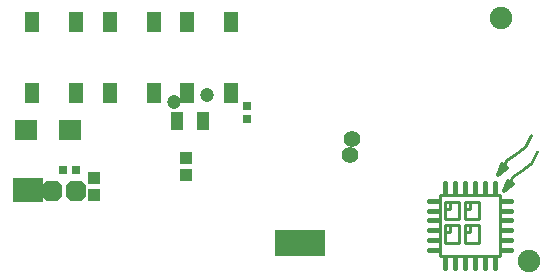
<source format=gbs>
G04 Layer_Color=16711935*
%FSLAX25Y25*%
%MOIN*%
G70*
G01*
G75*
%ADD43C,0.01181*%
%ADD44C,0.01575*%
%ADD45C,0.00984*%
%ADD53C,0.04724*%
%ADD63C,0.01000*%
%ADD69R,0.03150X0.02756*%
%ADD70R,0.02756X0.03150*%
%ADD87R,0.04331X0.03937*%
G04:AMPARAMS|DCode=97|XSize=66.93mil|YSize=66.93mil|CornerRadius=0mil|HoleSize=0mil|Usage=FLASHONLY|Rotation=90.000|XOffset=0mil|YOffset=0mil|HoleType=Round|Shape=Octagon|*
%AMOCTAGOND97*
4,1,8,0.01673,0.03347,-0.01673,0.03347,-0.03347,0.01673,-0.03347,-0.01673,-0.01673,-0.03347,0.01673,-0.03347,0.03347,-0.01673,0.03347,0.01673,0.01673,0.03347,0.0*
%
%ADD97OCTAGOND97*%

%ADD98R,0.16535X0.08661*%
%ADD99R,0.09843X0.07874*%
%ADD100C,0.05512*%
%ADD101C,0.07480*%
%ADD102R,0.03937X0.06299*%
%ADD103R,0.07677X0.06693*%
%ADD104R,0.04724X0.06693*%
D43*
X162500Y-57284D02*
X165256Y-54921D01*
X163681Y-53740D02*
X165256Y-54921D01*
X162500Y-57284D02*
X163681Y-53740D01*
X162500Y-57284D02*
X164075Y-54921D01*
X164469Y-62795D02*
X167224Y-60433D01*
X165650Y-59252D02*
X167224Y-60433D01*
X164469Y-62795D02*
X165650Y-59252D01*
X164469Y-62795D02*
X166043Y-60433D01*
D44*
X161319Y-88386D02*
Y-84842D01*
X158012Y-88386D02*
Y-84842D01*
X154705Y-88386D02*
Y-84842D01*
X151398Y-88386D02*
Y-84842D01*
X148091Y-88386D02*
Y-84842D01*
X144783Y-88386D02*
Y-84842D01*
X163287Y-82480D02*
X166831D01*
X163287Y-79173D02*
X166831D01*
X163287Y-75866D02*
X166831D01*
X163287Y-72559D02*
X166831D01*
X163287Y-69252D02*
X166831D01*
X163287Y-65945D02*
X166831D01*
X139272Y-82480D02*
X142815D01*
X139272Y-79173D02*
X142815D01*
X139272Y-75866D02*
X142815D01*
X139272Y-72559D02*
X142815D01*
X139272Y-69252D02*
X142815D01*
X139272Y-65945D02*
X142815D01*
X161319Y-63583D02*
Y-60039D01*
X158012Y-63583D02*
Y-60039D01*
X154705Y-63583D02*
Y-60039D01*
X151398Y-63583D02*
Y-60039D01*
X148091Y-63583D02*
Y-60039D01*
X144783Y-63583D02*
Y-60039D01*
D45*
X143209Y-84449D02*
Y-63976D01*
Y-84449D02*
X162894D01*
Y-63976D01*
X143209D02*
X162894D01*
X151476Y-74213D02*
X156201D01*
Y-80118D02*
Y-74213D01*
X151476Y-80118D02*
X156201D01*
X151476D02*
Y-74213D01*
Y-76575D02*
X153051D01*
Y-74213D01*
X144783D02*
X149508D01*
Y-80118D02*
Y-74213D01*
X144783Y-80118D02*
X149508D01*
X144783D02*
Y-74213D01*
Y-76575D02*
X146358D01*
Y-74213D01*
X151476Y-66339D02*
X156201D01*
Y-72244D02*
Y-66339D01*
X151476Y-72244D02*
X156201D01*
X151476D02*
Y-66339D01*
Y-68701D02*
X153051D01*
Y-66339D01*
X146358Y-68701D02*
Y-66339D01*
X144783Y-68701D02*
X146358D01*
X144783Y-72244D02*
Y-66339D01*
Y-72244D02*
X149508D01*
Y-66339D01*
X144783D02*
X149508D01*
D53*
X65551Y-30709D02*
D03*
X54331Y-33169D02*
D03*
D63*
X168403Y-50584D02*
G03*
X173559Y-44281I-3841J8402D01*
G01*
X168403Y-50584D02*
G03*
X163681Y-55709I2627J-7159D01*
G01*
X170372Y-56096D02*
G03*
X175528Y-49793I-3841J8402D01*
G01*
X170372Y-56096D02*
G03*
X165650Y-61221I2627J-7159D01*
G01*
D69*
X21732Y-55709D02*
D03*
X17441D02*
D03*
D70*
X78642Y-38760D02*
D03*
Y-34468D02*
D03*
D87*
X27854Y-63976D02*
D03*
Y-58465D02*
D03*
X58268Y-57284D02*
D03*
Y-51772D02*
D03*
D97*
X21654Y-62795D02*
D03*
X13878Y-62697D02*
D03*
D98*
X96260Y-79921D02*
D03*
D99*
X5709Y-62303D02*
D03*
D100*
X113091Y-50886D02*
D03*
X113681Y-45571D02*
D03*
D101*
X172835Y-86122D02*
D03*
X163287Y-4921D02*
D03*
D102*
X55413Y-39272D02*
D03*
X64075D02*
D03*
D103*
X5020Y-42520D02*
D03*
X19783D02*
D03*
D104*
X58858Y-6496D02*
D03*
Y-30118D02*
D03*
X73425D02*
D03*
Y-6496D02*
D03*
X7185D02*
D03*
Y-30118D02*
D03*
X21752D02*
D03*
Y-6496D02*
D03*
X33022D02*
D03*
Y-30118D02*
D03*
X47589D02*
D03*
Y-6496D02*
D03*
M02*

</source>
